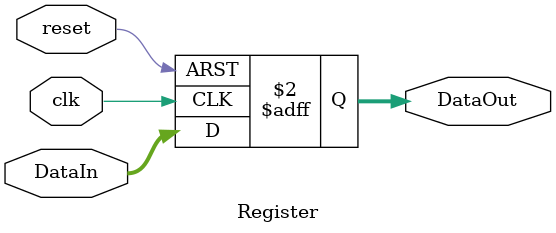
<source format=v>
`timescale 1ns / 1ps

module Register #(parameter n = 21)(
    input [n-1:0] DataIn,
    output reg [n-1:0] DataOut,
    input reset,
    input clk
    );
	always @(posedge clk, posedge reset)
	 if (reset)
	 DataOut <= 0;
    else 
    DataOut <= DataIn; 
endmodule

</source>
